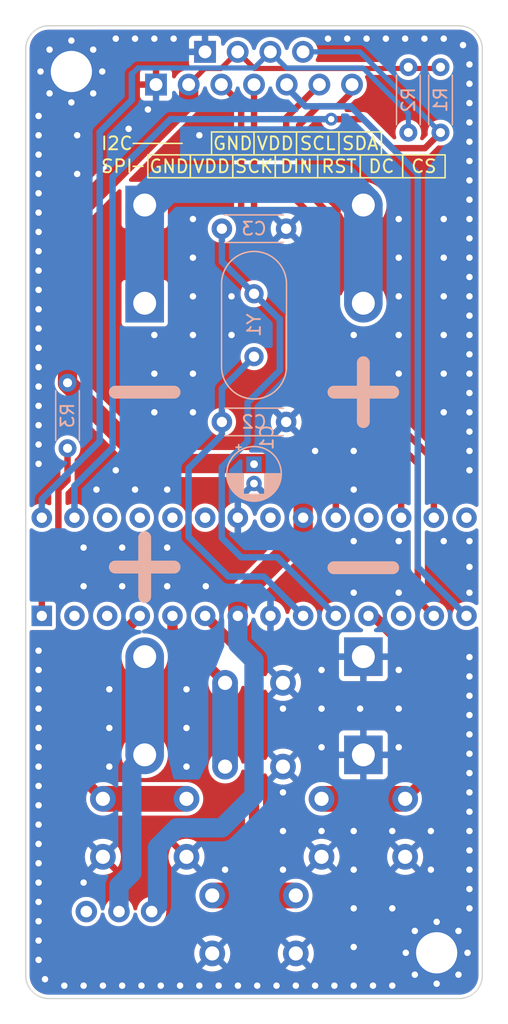
<source format=kicad_pcb>
(kicad_pcb (version 20211014) (generator pcbnew)
  (layers (0 "F.Cu" signal) (31 "B.Cu" signal) (34 "B.Paste" user) (35 "F.Paste" user) (36 "B.SilkS" user "B.Silkscreen") (37 "F.SilkS" user "F.Silkscreen") (38 "B.Mask" user) (39 "F.Mask" user) (44 "Edge.Cuts" user))
  (net 0 "")
  (net 1 "VDD")
  (net 2 "Net-(R3-Pad2)")
  (net 3 "SCL")
  (net 4 "SDA")
  (net 7 "CS")
  (net 9 "MOSI")
  (net 11 "Net-(U1-Pad4)")
  (net 12 "SCK")
  (net 13 "Net-(SW3-Pad1)")
  (net 15 "GND")
  (net 16 "Net-(U1-Pad6)")
  (net 19 "Net-(C2-Pad2)")
  (net 21 "Net-(C3-Pad2)")
  (net 23 "DC")
  (net 24 "RST")
  (net 25 "Net-(BT1-Pad2)")
  (net 26 "Net-(U1-Pad11)")
  (net 29 "VCC")
  (footprint "Button_Switch_THT:SW_PUSH_6mm_H9.5mm" (layer "F.Cu") (at 166.5 149.5)
    (fp_text reference "SW2" hide)
    (fp_text value "SW_down")
    (pad "1" thru_hole circle (at 6.5 0 90) (size 2 2) (drill 1.1) (layers *.Cu *.Mask) (net 16 "Net-(U1-Pad6)"))
    (pad "1" thru_hole circle (at 0 0 90) (size 2 2) (drill 1.1) (layers *.Cu *.Mask) (net 16 "Net-(U1-Pad6)"))
    (pad "2" thru_hole circle (at 0 4.5 90) (size 2 2) (drill 1.1) (layers *.Cu *.Mask) (net 15 "GND"))
    (pad "2" thru_hole circle (at 6.5 4.5 90) (size 2 2) (drill 1.1) (layers *.Cu *.Mask) (net 15 "GND"))
  )
  (footprint "GameBox:SS12D10" (layer "F.Cu") (at 159.25 150.75 180)
    (fp_text reference "SW1" hide)
    (fp_text value "OFF/ON")
    (pad "1" thru_hole circle (at -2.54 0 180) (size 1.6764 1.6764) (drill 0.9) (layers *.Cu *.Mask) (net 29 "VCC"))
    (pad "2" thru_hole circle (at 0 0 180) (size 1.6764 1.6764) (drill 0.9) (layers *.Cu *.Mask) (net 1 "VDD"))
    (pad "3" thru_hole circle (at 2.54 0 180) (size 1.6764 1.6764) (drill 0.9) (layers *.Cu *.Mask))
  )
  (footprint "GameBox:1.3_inch_OLED_IIC" (layer "F.Cu") (at 169.75 98.75)
    (fp_text reference "J1" hide)
    (fp_text value "OLED" hide)
    (fp_text user "SCK" (at 0 -5.842 unlocked) (layer "F.SilkS"))
    (fp_text user "DC" (at 9.906 -5.842 unlocked) (layer "F.SilkS"))
    (fp_text user "SCL" (at 4.953 -7.62 unlocked) (layer "F.SilkS"))
    (fp_text user "GND" (at -1.651 -7.62 unlocked) (layer "F.SilkS"))
    (fp_text user "VDD" (at -3.302 -5.842 unlocked) (layer "F.SilkS"))
    (fp_text user "VDD" (at 1.651 -7.62 unlocked) (layer "F.SilkS"))
    (fp_text user "SPI" (at -10.668 -5.842 unlocked) (layer "F.SilkS"))
    (fp_text user "CS" (at 13.208 -5.842 unlocked) (layer "F.SilkS"))
    (fp_text user "SDA" (at 8.255 -7.62 unlocked) (layer "F.SilkS"))
    (fp_text user "RST" (at 6.604 -5.842 unlocked) (layer "F.SilkS"))
    (fp_text user "I2C" (at -10.668 -7.62 unlocked) (layer "F.SilkS"))
    (fp_text user "GND" (at -6.604 -5.836 unlocked) (layer "F.SilkS"))
    (fp_text user "DIN" (at 3.302 -5.842 unlocked) (layer "F.SilkS"))
    (pad "1" thru_hole rect (at -7.62 -12.186 90) (size 1.7 1.7) (drill 1) (layers *.Cu *.Mask) (net 15 "GND"))
    (pad "1" thru_hole rect (at -3.81 -14.726 90) (size 1.7 1.7) (drill 1) (layers *.Cu *.Mask) (net 15 "GND"))
    (pad "2" thru_hole oval (at -1.27 -14.726 90) (size 1.7 1.7) (drill 1) (layers *.Cu *.Mask) (net 29 "VCC"))
    (pad "2" thru_hole oval (at -5.08 -12.186 90) (size 1.7 1.7) (drill 1) (layers *.Cu *.Mask) (net 29 "VCC"))
    (pad "3" thru_hole oval (at 1.27 -14.726 90) (size 1.7 1.7) (drill 1) (layers *.Cu *.Mask) (net 3 "SCL"))
    (pad "4" thru_hole oval (at 3.81 -14.726 90) (size 1.7 1.7) (drill 1) (layers *.Cu *.Mask) (net 4 "SDA"))
    (pad "5" thru_hole oval (at -2.54 -12.186 90) (size 1.7 1.7) (drill 1) (layers *.Cu *.Mask) (net 12 "SCK"))
    (pad "6" thru_hole oval (at 0 -12.186 90) (size 1.7 1.7) (drill 1) (layers *.Cu *.Mask) (net 9 "MOSI"))
    (pad "7" thru_hole oval (at 2.54 -12.186 90) (size 1.7 1.7) (drill 1) (layers *.Cu *.Mask) (net 24 "RST"))
    (pad "8" thru_hole oval (at 5.08 -12.186 90) (size 1.7 1.7) (drill 1) (layers *.Cu *.Mask) (net 23 "DC"))
    (pad "9" thru_hole oval (at 7.62 -12.186 90) (size 1.7 1.7) (drill 1) (layers *.Cu *.Mask) (net 7 "CS"))
  )
  (footprint "Button_Switch_THT:SW_PUSH_6mm_H9.5mm" (layer "F.Cu") (at 175 142)
    (fp_text reference "SW4" hide)
    (fp_text value "SW_right")
    (pad "1" thru_hole circle (at 0 0 90) (size 2 2) (drill 1.1) (layers *.Cu *.Mask) (net 26 "Net-(U1-Pad11)"))
    (pad "1" thru_hole circle (at 6.5 0 90) (size 2 2) (drill 1.1) (layers *.Cu *.Mask) (net 26 "Net-(U1-Pad11)"))
    (pad "2" thru_hole circle (at 0 4.5 90) (size 2 2) (drill 1.1) (layers *.Cu *.Mask) (net 15 "GND"))
    (pad "2" thru_hole circle (at 6.5 4.5 90) (size 2 2) (drill 1.1) (layers *.Cu *.Mask) (net 15 "GND"))
  )
  (footprint "Button_Switch_THT:SW_PUSH_6mm_H9.5mm" (layer "F.Cu") (at 167.5 139.5 90)
    (fp_text reference "SW3" hide)
    (fp_text value "SW_up")
    (pad "1" thru_hole circle (at 6.5 0 180) (size 2 2) (drill 1.1) (layers *.Cu *.Mask) (net 13 "Net-(SW3-Pad1)"))
    (pad "1" thru_hole circle (at 0 0 180) (size 2 2) (drill 1.1) (layers *.Cu *.Mask) (net 13 "Net-(SW3-Pad1)"))
    (pad "2" thru_hole circle (at 6.5 4.5 180) (size 2 2) (drill 1.1) (layers *.Cu *.Mask) (net 15 "GND"))
    (pad "2" thru_hole circle (at 0 4.5 180) (size 2 2) (drill 1.1) (layers *.Cu *.Mask) (net 15 "GND"))
  )
  (footprint "MountingHole:MountingHole_3.2mm_M3_Pad_Via" (layer "F.Cu") (at 183.95 153.95)
    (fp_text reference "H2" hide)
    (fp_text value "M3")
    (pad "1" thru_hole circle locked (at 1.697056 -1.697056) (size 0.8 0.8) (drill 0.5) (layers *.Cu *.Mask) (net 15 "GND"))
    (pad "1" thru_hole circle locked (at -1.697056 1.697056) (size 0.8 0.8) (drill 0.5) (layers *.Cu *.Mask) (net 15 "GND"))
    (pad "1" thru_hole circle locked (at 1.697056 1.697056) (size 0.8 0.8) (drill 0.5) (layers *.Cu *.Mask) (net 15 "GND"))
    (pad "1" thru_hole circle locked (at 2.4 0) (size 0.8 0.8) (drill 0.5) (layers *.Cu *.Mask) (net 15 "GND"))
    (pad "1" thru_hole circle locked (at 0 -2.4) (size 0.8 0.8) (drill 0.5) (layers *.Cu *.Mask) (net 15 "GND"))
    (pad "1" thru_hole circle locked (at -2.4 0) (size 0.8 0.8) (drill 0.5) (layers *.Cu *.Mask) (net 15 "GND"))
    (pad "1" thru_hole circle locked (at 0 0) (size 6.4 6.4) (drill 3.2) (layers *.Cu *.Mask) (net 15 "GND"))
    (pad "1" thru_hole circle locked (at 0 2.4) (size 0.8 0.8) (drill 0.5) (layers *.Cu *.Mask) (net 15 "GND"))
    (pad "1" thru_hole circle locked (at -1.697056 -1.697056) (size 0.8 0.8) (drill 0.5) (layers *.Cu *.Mask) (net 15 "GND"))
  )
  (footprint "MountingHole:MountingHole_3.2mm_M3_Pad_Via" (layer "F.Cu") (at 155.55 85.55)
    (fp_text reference "H1" hide)
    (fp_text value "M3")
    (pad "1" thru_hole circle locked (at -1.697056 1.697056) (size 0.8 0.8) (drill 0.5) (layers *.Cu *.Mask) (net 15 "GND"))
    (pad "1" thru_hole circle locked (at 0 2.4) (size 0.8 0.8) (drill 0.5) (layers *.Cu *.Mask) (net 15 "GND"))
    (pad "1" thru_hole circle locked (at 0 0) (size 6.4 6.4) (drill 3.2) (layers *.Cu *.Mask) (net 15 "GND"))
    (pad "1" thru_hole circle locked (at 1.697056 1.697056) (size 0.8 0.8) (drill 0.5) (layers *.Cu *.Mask) (net 15 "GND"))
    (pad "1" thru_hole circle locked (at -2.4 0) (size 0.8 0.8) (drill 0.5) (layers *.Cu *.Mask) (net 15 "GND"))
    (pad "1" thru_hole circle locked (at 1.697056 -1.697056) (size 0.8 0.8) (drill 0.5) (layers *.Cu *.Mask) (net 15 "GND"))
    (pad "1" thru_hole circle locked (at -1.697056 -1.697056) (size 0.8 0.8) (drill 0.5) (layers *.Cu *.Mask) (net 15 "GND"))
    (pad "1" thru_hole circle locked (at 2.4 0) (size 0.8 0.8) (drill 0.5) (layers *.Cu *.Mask) (net 15 "GND"))
    (pad "1" thru_hole circle locked (at 0 -2.4) (size 0.8 0.8) (drill 0.5) (layers *.Cu *.Mask) (net 15 "GND"))
  )
  (footprint "Button_Switch_THT:SW_PUSH_6mm_H9.5mm" (layer "F.Cu") (at 158 142)
    (fp_text reference "SW5" hide)
    (fp_text value "SW_left")
    (pad "1" thru_hole circle (at 6.5 0 90) (size 2 2) (drill 1.1) (layers *.Cu *.Mask) (net 11 "Net-(U1-Pad4)"))
    (pad "1" thru_hole circle (at 0 0 90) (size 2 2) (drill 1.1) (layers *.Cu *.Mask) (net 11 "Net-(U1-Pad4)"))
    (pad "2" thru_hole circle (at 6.5 4.5 90) (size 2 2) (drill 1.1) (layers *.Cu *.Mask) (net 15 "GND"))
    (pad "2" thru_hole circle (at 0 4.5 90) (size 2 2) (drill 1.1) (layers *.Cu *.Mask) (net 15 "GND"))
  )
  (footprint "Package_DIP:DIP-28_W7.62mm" (layer "F.Cu") (at 153.25 127.8 90)
    (fp_text reference "U1" hide)
    (fp_text value "ATmega328P-P")
    (pad "1" thru_hole rect (at 0 0 90) (size 1.6 1.6) (drill 0.8) (layers *.Cu *.Mask) (net 2 "Net-(R3-Pad2)"))
    (pad "2" thru_hole oval (at 0 2.54 90) (size 1.6 1.6) (drill 0.8) (layers *.Cu *.Mask))
    (pad "3" thru_hole oval (at 0 5.08 90) (size 1.6 1.6) (drill 0.8) (layers *.Cu *.Mask))
    (pad "4" thru_hole oval (at 0 7.62 90) (size 1.6 1.6) (drill 0.8) (layers *.Cu *.Mask) (net 11 "Net-(U1-Pad4)"))
    (pad "5" thru_hole oval (at 0 10.16 90) (size 1.6 1.6) (drill 0.8) (layers *.Cu *.Mask) (net 13 "Net-(SW3-Pad1)"))
    (pad "6" thru_hole oval (at 0 12.7 90) (size 1.6 1.6) (drill 0.8) (layers *.Cu *.Mask) (net 16 "Net-(U1-Pad6)"))
    (pad "7" thru_hole oval (at 0 15.24 90) (size 1.6 1.6) (drill 0.8) (layers *.Cu *.Mask) (net 29 "VCC"))
    (pad "8" thru_hole oval (at 0 17.78 90) (size 1.6 1.6) (drill 0.8) (layers *.Cu *.Mask) (net 15 "GND"))
    (pad "9" thru_hole oval (at 0 20.32 90) (size 1.6 1.6) (drill 0.8) (layers *.Cu *.Mask) (net 19 "Net-(C2-Pad2)"))
    (pad "10" thru_hole oval (at 0 22.86 90) (size 1.6 1.6) (drill 0.8) (layers *.Cu *.Mask) (net 21 "Net-(C3-Pad2)"))
    (pad "11" thru_hole oval (at 0 25.4 90) (size 1.6 1.6) (drill 0.8) (layers *.Cu *.Mask) (net 26 "Net-(U1-Pad11)"))
    (pad "12" thru_hole oval (at 0 27.94 90) (size 1.6 1.6) (drill 0.8) (layers *.Cu *.Mask))
    (pad "13" thru_hole oval (at 0 30.48 90) (size 1.6 1.6) (drill 0.8) (layers *.Cu *.Mask) (net 23 "DC"))
    (pad "14" thru_hole oval (at 0 33.02 90) (size 1.6 1.6) (drill 0.8) (layers *.Cu *.Mask) (net 24 "RST"))
    (pad "15" thru_hole oval (at 7.62 33.02 90) (size 1.6 1.6) (drill 0.8) (layers *.Cu *.Mask))
    (pad "16" thru_hole oval (at 7.62 30.48 90) (size 1.6 1.6) (drill 0.8) (layers *.Cu *.Mask) (net 7 "CS"))
    (pad "17" thru_hole oval (at 7.62 27.94 90) (size 1.6 1.6) (drill 0.8) (layers *.Cu *.Mask) (net 9 "MOSI"))
    (pad "18" thru_hole oval (at 7.62 25.4 90) (size 1.6 1.6) (drill 0.8) (layers *.Cu *.Mask))
    (pad "19" thru_hole oval (at 7.62 22.86 90) (size 1.6 1.6) (drill 0.8) (layers *.Cu *.Mask) (net 12 "SCK"))
    (pad "20" thru_hole oval (at 7.62 20.32 90) (size 1.6 1.6) (drill 0.8) (layers *.Cu *.Mask) (net 29 "VCC"))
    (pad "21" thru_hole oval (at 7.62 17.78 90) (size 1.6 1.6) (drill 0.8) (layers *.Cu *.Mask))
    (pad "22" thru_hole oval (at 7.62 15.24 90) (size 1.6 1.6) (drill 0.8) (layers *.Cu *.Mask) (net 15 "GND"))
    (pad "23" thru_hole oval (at 7.62 12.7 90) (size 1.6 1.6) (drill 0.8) (layers *.Cu *.Mask))
    (pad "24" thru_hole oval (at 7.62 10.16 90) (size 1.6 1.6) (drill 0.8) (layers *.Cu *.Mask))
    (pad "25" thru_hole oval (at 7.62 7.62 90) (size 1.6 1.6) (drill 0.8) (layers *.Cu *.Mask))
    (pad "26" thru_hole oval (at 7.62 5.08 90) (size 1.6 1.6) (drill 0.8) (layers *.Cu *.Mask))
    (pad "27" thru_hole oval (at 7.62 2.54 90) (size 1.6 1.6) (drill 0.8) (layers *.Cu *.Mask) (net 4 "SDA"))
    (pad "28" thru_hole oval (at 7.62 0 90) (size 1.6 1.6) (drill 0.8) (layers *.Cu *.Mask) (net 3 "SCL"))
  )
  (footprint "Crystal:Crystal_HC49-4H_Vertical" (layer "B.Cu") (at 169.75 102.8 -90)
    (fp_text reference "Y1" (at 2.44 0 90) (layer "B.SilkS") (effects (justify mirror)))
    (fp_text value "16MHz")
    (pad "1" thru_hole circle locked (at 0 0 270) (size 1.5 1.5) (drill 0.8) (layers *.Cu *.Mask) (net 21 "Net-(C3-Pad2)"))
    (pad "2" thru_hole circle locked (at 4.88 0 270) (size 1.5 1.5) (drill 0.8) (layers *.Cu *.Mask) (net 19 "Net-(C2-Pad2)"))
  )
  (footprint "Resistor_THT:R_Axial_DIN0204_L3.6mm_D1.6mm_P5.08mm_Horizontal" (layer "B.Cu") (at 181.75 85.21 -90)
    (fp_text reference "R2" (at 2.54 0 90) (layer "B.SilkS") (effects (justify mirror)))
    (fp_text value "10k")
    (pad "1" thru_hole circle locked (at 0 0 270) (size 1.4 1.4) (drill 0.7) (layers *.Cu *.Mask) (net 29 "VCC"))
    (pad "2" thru_hole oval locked (at 5.08 0 270) (size 1.4 1.4) (drill 0.7) (layers *.Cu *.Mask) (net 3 "SCL"))
  )
  (footprint "Capacitor_THT:CP_Radial_D4.0mm_P1.50mm" (layer "B.Cu") (at 169.75 116.027401 -90)
    (fp_text reference "C1" (at -2.0714 -1 -270) (layer "B.SilkS") (effects (justify mirror)))
    (fp_text value "10uF")
    (pad "1" thru_hole rect locked (at 0 0 270) (size 1.2 1.2) (drill 0.6) (layers *.Cu *.Mask) (net 29 "VCC"))
    (pad "2" thru_hole circle locked (at 1.5 0 270) (size 1.2 1.2) (drill 0.6) (layers *.Cu *.Mask) (net 15 "GND"))
  )
  (footprint "Capacitor_THT:C_Disc_D4.3mm_W1.9mm_P5.00mm" (layer "B.Cu") (at 172.25 112.75 180)
    (fp_text reference "C2" (at 2.5 0) (layer "B.SilkS") (effects (justify mirror)))
    (fp_text value "22pF")
    (pad "1" thru_hole circle locked (at 0 0 180) (size 1.6 1.6) (drill 0.8) (layers *.Cu *.Mask) (net 15 "GND"))
    (pad "2" thru_hole circle locked (at 5 0 180) (size 1.6 1.6) (drill 0.8) (layers *.Cu *.Mask) (net 19 "Net-(C2-Pad2)"))
  )
  (footprint "Resistor_THT:R_Axial_DIN0204_L3.6mm_D1.6mm_P5.08mm_Horizontal" (layer "B.Cu") (at 155.25 109.71 -90)
    (fp_text reference "R3" (at 2.54 0 90) (layer "B.SilkS") (effects (justify mirror)))
    (fp_text value "10k")
    (pad "1" thru_hole circle locked (at 0 0 270) (size 1.4 1.4) (drill 0.7) (layers *.Cu *.Mask) (net 29 "VCC"))
    (pad "2" thru_hole oval locked (at 5.08 0 270) (size 1.4 1.4) (drill 0.7) (layers *.Cu *.Mask) (net 2 "Net-(R3-Pad2)"))
  )
  (footprint "Capacitor_THT:C_Disc_D4.3mm_W1.9mm_P5.00mm" (layer "B.Cu") (at 172.25 97.75 180)
    (fp_text reference "C3" (at 2.5 0) (layer "B.SilkS") (effects (justify mirror)))
    (fp_text value "22pF")
    (pad "1" thru_hole circle locked (at 0 0 180) (size 1.6 1.6) (drill 0.8) (layers *.Cu *.Mask) (net 15 "GND"))
    (pad "2" thru_hole circle locked (at 5 0 180) (size 1.6 1.6) (drill 0.8) (layers *.Cu *.Mask) (net 21 "Net-(C3-Pad2)"))
  )
  (footprint "GameBox:BK-82_AAA_battery_holder" (layer "B.Cu") (at 161.25 117.25)
    (fp_text reference "BT1" hide)
    (fp_text value "AAA" hide)
    (fp_text user "-" (at 0 -7.25 unlocked) (layer "B.SilkS") (effects (font (size 6 6) (thickness 1)) (justify mirror)))
    (fp_text user "+" (at 0 7.2 180 unlocked) (layer "B.SilkS") (effects (font (size 6 6) (thickness 1)) (justify mirror)))
    (pad "1" thru_hole circle (at 0 21.336 180) (size 3 3) (drill 1.78) (layers *.Cu *.Mask) (net 1 "VDD"))
    (pad "1" thru_hole circle (at 0 13.716 180) (size 3 3) (drill 1.78) (layers *.Cu *.Mask) (net 1 "VDD"))
    (pad "2" thru_hole rect (at 0 -21.336 180) (size 2.999999 2.999999) (drill 1.78) (layers *.Cu *.Mask) (net 25 "Net-(BT1-Pad2)"))
    (pad "2" thru_hole rect (at 0 -13.716 180) (size 2.999999 2.999999) (drill 1.78) (layers *.Cu *.Mask) (net 25 "Net-(BT1-Pad2)"))
  )
  (footprint "Resistor_THT:R_Axial_DIN0204_L3.6mm_D1.6mm_P5.08mm_Horizontal" (layer "B.Cu") (at 184.25 85.21 -90)
    (fp_text reference "R1" (at 2.54 0 90) (layer "B.SilkS") (effects (justify mirror)))
    (fp_text value "10k")
    (pad "1" thru_hole circle locked (at 0 0 270) (size 1.4 1.4) (drill 0.7) (layers *.Cu *.Mask) (net 29 "VCC"))
    (pad "2" thru_hole oval locked (at 5.08 0 270) (size 1.4 1.4) (drill 0.7) (layers *.Cu *.Mask) (net 4 "SDA"))
  )
  (footprint "GameBox:BK-82_AAA_battery_holder" (layer "B.Cu") (at 178.25 117.25 180)
    (fp_text reference "BT2" hide)
    (fp_text value "AAA" hide)
    (fp_text user "+" (at 0 7.25 unlocked) (layer "B.SilkS") (effects (font (size 6 6) (thickness 1)) (justify mirror)))
    (fp_text user "-" (at 0 -7.25 180 unlocked) (layer "B.SilkS") (effects (font (size 6 6) (thickness 1)) (justify mirror)))
    (pad "1" thru_hole circle (at 0 13.716) (size 3 3) (drill 1.78) (layers *.Cu *.Mask) (net 25 "Net-(BT1-Pad2)"))
    (pad "1" thru_hole circle (at 0 21.336) (size 3 3) (drill 1.78) (layers *.Cu *.Mask) (net 25 "Net-(BT1-Pad2)"))
    (pad "2" thru_hole rect (at 0 -13.716) (size 2.999999 2.999999) (drill 1.78) (layers *.Cu *.Mask) (net 15 "GND"))
    (pad "2" thru_hole rect (at 0 -21.336) (size 2.999999 2.999999) (drill 1.78) (layers *.Cu *.Mask) (net 15 "GND"))
  )
  (gr_line (start 187.5 83.8) (end 187.5 155.7) (layer "Edge.Cuts") (width 0.1))
  (gr_line (start 153.8 82) (end 185.7 82) (layer "Edge.Cuts") (width 0.1))
  (gr_arc (start 187.5 155.7) (mid 186.972792 156.972792) (end 185.7 157.5) (layer "Edge.Cuts") (width 0.1))
  (gr_arc (start 152 83.8) (mid 152.527208 82.527208) (end 153.8 82) (layer "Edge.Cuts") (width 0.1))
  (gr_arc (start 185.7 82) (mid 186.972792 82.527208) (end 187.5 83.8) (layer "Edge.Cuts") (width 0.1))
  (gr_line (start 185.7 157.5) (end 153.8 157.5) (layer "Edge.Cuts") (width 0.1))
  (gr_arc (start 153.8 157.5) (mid 152.527208 156.972792) (end 152 155.7) (layer "Edge.Cuts") (width 0.1))
  (gr_line (start 152 155.7) (end 152 83.8) (layer "Edge.Cuts") (width 0.1))
  (segment (start 160.25 139.586) (end 160.25 147.75) (width 1.5) (layer "B.Cu") (net 1))
  (segment (start 160.25 147.75) (end 159.25 148.75) (width 1.5) (layer "B.Cu") (net 1))
  (segment (start 161.25 138.586) (end 161.25 130.966) (width 3) (layer "B.Cu") (net 1))
  (segment (start 161.25 138.586) (end 160.25 139.586) (width 1.5) (layer "B.Cu") (net 1))
  (segment (start 159.25 148.75) (end 159.25 150.75) (width 1.5) (layer "B.Cu") (net 1))
  (segment (start 155.25 117.27) (end 154.540489 117.979511) (width 0.5) (layer "F.Cu") (net 2))
  (segment (start 154.540489 117.979511) (end 154.540489 123.354755) (width 0.5) (layer "F.Cu") (net 2))
  (segment (start 154.540489 123.354755) (end 153.25 124.645244) (width 0.5) (layer "F.Cu") (net 2))
  (segment (start 153.25 124.645244) (end 153.25 127.8) (width 0.5) (layer "F.Cu") (net 2))
  (segment (start 155.25 114.79) (end 155.25 117.27) (width 0.5) (layer "F.Cu") (net 2))
  (segment (start 172.269511 85.273511) (end 178.226489 85.273511) (width 0.4) (layer "B.Cu") (net 3))
  (segment (start 171.02 84.024) (end 172.269511 85.273511) (width 0.4) (layer "B.Cu") (net 3))
  (segment (start 160.726489 85.273511) (end 169.770489 85.273511) (width 0.4) (layer "B.Cu") (net 3))
  (segment (start 178.226489 85.273511) (end 181.75 88.797022) (width 0.4) (layer "B.Cu") (net 3))
  (segment (start 160.25 87.75) (end 157.75 90.25) (width 0.5) (layer "B.Cu") (net 3))
  (segment (start 160.25 85.75) (end 160.25 87.75) (width 0.5) (layer "B.Cu") (net 3))
  (segment (start 157.75 90.25) (end 157.75 114.25) (width 0.5) (layer "B.Cu") (net 3))
  (segment (start 153.25 118.75) (end 153.25 120.18) (width 0.5) (layer "B.Cu") (net 3))
  (segment (start 169.770489 85.273511) (end 171.02 84.024) (width 0.4) (layer "B.Cu") (net 3))
  (segment (start 181.75 88.797022) (end 181.75 90.29) (width 0.4) (layer "B.Cu") (net 3))
  (segment (start 157.75 114.25) (end 153.25 118.75) (width 0.5) (layer "B.Cu") (net 3))
  (segment (start 160.25 85.75) (end 160.726489 85.273511) (width 0.4) (layer "B.Cu") (net 3))
  (segment (start 175.75 89.25) (end 178.25 89.25) (width 0.5) (layer "F.Cu") (net 4))
  (segment (start 183.04 91.5) (end 184.25 90.29) (width 0.5) (layer "F.Cu") (net 4))
  (segment (start 178.25 89.25) (end 180.5 91.5) (width 0.5) (layer "F.Cu") (net 4))
  (segment (start 180.5 91.5) (end 183.04 91.5) (width 0.5) (layer "F.Cu") (net 4))
  (via (at 175.75 89.25) (size 1) (drill 0.5) (layers "F.Cu" "B.Cu") (net 4))
  (segment (start 155.79 120.18) (end 155.79 117.71) (width 0.5) (layer "B.Cu") (net 4))
  (segment (start 184.25 90.29) (end 177.984 84.024) (width 0.4) (layer "B.Cu") (net 4))
  (segment (start 163.25 89.25) (end 175.75 89.25) (width 0.5) (layer "B.Cu") (net 4))
  (segment (start 158.75 93.75) (end 163.25 89.25) (width 0.5) (layer "B.Cu") (net 4))
  (segment (start 177.984 84.024) (end 173.56 84.024) (width 0.4) (layer "B.Cu") (net 4))
  (segment (start 155.79 117.71) (end 158.75 114.75) (width 0.5) (layer "B.Cu") (net 4))
  (segment (start 158.75 114.75) (end 158.75 93.75) (width 0.5) (layer "B.Cu") (net 4))
  (segment (start 155.79 119.79) (end 155.75 119.75) (width 0.5) (layer "B.Cu") (net 4))
  (segment (start 175.75 107.75) (end 175.75 96.75) (width 0.5) (layer "F.Cu") (net 7))
  (segment (start 175.75 96.75) (end 173.25 94.25) (width 0.5) (layer "F.Cu") (net 7))
  (segment (start 183.73 115.73) (end 175.75 107.75) (width 0.5) (layer "F.Cu") (net 7))
  (segment (start 177.37 87.13) (end 177.37 86.564) (width 0.5) (layer "F.Cu") (net 7))
  (segment (start 174.7335 88.25) (end 176.25 88.25) (width 0.5) (layer "F.Cu") (net 7))
  (segment (start 173.25 94.25) (end 173.25 89.7335) (width 0.5) (layer "F.Cu") (net 7))
  (segment (start 183.73 120.18) (end 183.73 115.73) (width 0.5) (layer "F.Cu") (net 7))
  (segment (start 176.25 88.25) (end 177.37 87.13) (width 0.5) (layer "F.Cu") (net 7))
  (segment (start 173.25 89.7335) (end 174.7335 88.25) (width 0.5) (layer "F.Cu") (net 7))
  (segment (start 181.19 120.18) (end 181.19 116.19) (width 0.5) (layer "F.Cu") (net 9))
  (segment (start 173.75 103.25) (end 169.75 99.25) (width 0.5) (layer "F.Cu") (net 9))
  (segment (start 181.19 116.19) (end 173.75 108.75) (width 0.5) (layer "F.Cu") (net 9))
  (segment (start 169.75 99.25) (end 169.75 86.564) (width 0.5) (layer "F.Cu") (net 9))
  (segment (start 173.75 108.75) (end 173.75 103.25) (width 0.5) (layer "F.Cu") (net 9))
  (segment (start 156.25 132.42) (end 160.87 127.8) (width 0.8) (layer "F.Cu") (net 11))
  (segment (start 158 142) (end 164.5 142) (width 2) (layer "F.Cu") (net 11))
  (segment (start 156.25 140.25) (end 156.25 132.42) (width 0.8) (layer "F.Cu") (net 11))
  (segment (start 158 142) (end 156.25 140.25) (width 0.8) (layer "F.Cu") (net 11))
  (segment (start 176.11 112.61) (end 172.75 109.25) (width 0.5) (layer "F.Cu") (net 12))
  (segment (start 168.75 99.75) (end 168.75 88.104) (width 0.5) (layer "F.Cu") (net 12))
  (segment (start 176.11 120.18) (end 176.11 112.61) (width 0.5) (layer "F.Cu") (net 12))
  (segment (start 168.75 88.104) (end 167.21 86.564) (width 0.5) (layer "F.Cu") (net 12))
  (segment (start 172.75 103.75) (end 168.75 99.75) (width 0.5) (layer "F.Cu") (net 12))
  (segment (start 172.75 109.25) (end 172.75 103.75) (width 0.5) (layer "F.Cu") (net 12))
  (segment (start 163.41 128.91) (end 163.41 127.8) (width 0.8) (layer "F.Cu") (net 13))
  (segment (start 167.5 133) (end 163.41 128.91) (width 0.8) (layer "F.Cu") (net 13))
  (segment (start 167.5 139.5) (end 167.5 133) (width 2) (layer "B.Cu") (net 13))
  (via (at 160.5 83) (size 1) (drill 0.5) (layers "F.Cu" "B.Cu") (net 15))
  (via (at 172 144.5) (size 1) (drill 0.5) (layers "F.Cu" "B.Cu") (net 15))
  (via (at 153 135) (size 1) (drill 0.5) (layers "F.Cu" "B.Cu") (net 15))
  (via (at 157.5 118) (size 1) (drill 0.5) (layers "F.Cu" "B.Cu") (net 15))
  (via (at 184.5 112) (size 1) (drill 0.5) (layers "F.Cu" "B.Cu") (net 15))
  (via (at 153 99.5) (size 1) (drill 0.5) (layers "F.Cu" "B.Cu") (net 15))
  (via (at 153 147) (size 1) (drill 0.5) (layers "F.Cu" "B.Cu") (net 15))
  (via (at 153 101) (size 1) (drill 0.5) (layers "F.Cu" "B.Cu") (net 15))
  (via (at 166 125.5) (size 1) (drill 0.5) (layers "F.Cu" "B.Cu") (net 15))
  (via (at 178.5 83) (size 1) (drill 0.5) (layers "F.Cu" "B.Cu") (net 15))
  (via (at 186.5 143) (size 1) (drill 0.5) (layers "F.Cu" "B.Cu") (net 15))
  (via (at 156 93.5) (size 1) (drill 0.5) (layers "F.Cu" "B.Cu") (net 15))
  (via (at 186.5 147.5) (size 1) (drill 0.5) (layers "F.Cu" "B.Cu") (net 15))
  (via (at 165 100) (size 1) (drill 0.5) (layers "F.Cu" "B.Cu") (net 15))
  (via (at 186.5 97) (size 1) (drill 0.5) (layers "F.Cu" "B.Cu") (net 15))
  (via (at 181 100) (size 1) (drill 0.5) (layers "F.Cu" "B.Cu") (net 15))
  (via (at 180 83) (size 1) (drill 0.5) (layers "F.Cu" "B.Cu") (net 15))
  (via (at 186.5 92.5) (size 1) (drill 0.5) (layers "F.Cu" "B.Cu") (net 15))
  (via (at 164.5 133.5) (size 1) (drill 0.5) (layers "F.Cu" "B.Cu") (net 15))
  (via (at 165 112) (size 1) (drill 0.5) (layers "F.Cu" "B.Cu") (net 15))
  (via (at 181 122) (size 1) (drill 0.5) (layers "F.Cu" "B.Cu") (net 15))
  (via (at 153 153) (size 1) (drill 0.5) (layers "F.Cu" "B.Cu") (net 15))
  (via (at 177.5 122) (size 1) (drill 0.5) (layers "F.Cu" "B.Cu") (net 15))
  (via (at 153 132) (size 1) (drill 0.5) (layers "F.Cu" "B.Cu") (net 15))
  (via (at 186.5 100) (size 1) (drill 0.5) (layers "F.Cu" "B.Cu") (net 15))
  (via (at 165 109) (size 1) (drill 0.5) (layers "F.Cu" "B.Cu") (net 15))
  (via (at 165.5 156.5) (size 1) (drill 0.5) (layers "F.Cu" "B.Cu") (net 15))
  (via (at 186.5 101.5) (size 1) (drill 0.5) (layers "F.Cu" "B.Cu") (net 15))
  (via (at 175 138) (size 1) (drill 0.5) (layers "F.Cu" "B.Cu") (net 15))
  (via (at 186.5 126) (size 1) (drill 0.5) (layers "F.Cu" "B.Cu") (net 15))
  (via (at 158 156.5) (size 1) (drill 0.5) (layers "F.Cu" "B.Cu") (net 15))
  (via (at 162 112) (size 1) (drill 0.5) (layers "F.Cu" "B.Cu") (net 15))
  (via (at 183 83) (size 1) (drill 0.5) (layers "F.Cu" "B.Cu") (net 15))
  (via (at 181 132) (size 1) (drill 0.5) (layers "F.Cu" "B.Cu") (net 15))
  (via (at 181 126) (size 1) (drill 0.5) (layers "F.Cu" "B.Cu") (net 15))
  (via (at 186.5 110.5) (size 1) (drill 0.5) (layers "F.Cu" "B.Cu") (net 15))
  (via (at 175 144.5) (size 1) (drill 0.5) (layers "F.Cu" "B.Cu") (net 15))
  (via (at 155 156.5) (size 1) (drill 0.5) (layers "F.Cu" "B.Cu") (net 15))
  (via (at 184.5 100) (size 1) (drill 0.5) (layers "F.Cu" "B.Cu") (net 15))
  (via (at 162 106) (size 1) (drill 0.5) (layers "F.Cu" "B.Cu") (net 15))
  (via (at 153 133.5) (size 1) (drill 0.5) (layers "F.Cu" "B.Cu") (net 15))
  (via (at 153 96.5) (size 1) (drill 0.5) (layers "F.Cu" "B.Cu") (net 15))
  (via (at 181 109) (size 1) (drill 0.5) (layers "F.Cu" "B.Cu") (net 15))
  (via (at 186.5 149) (size 1) (drill 0.5) (layers "F.Cu" "B.Cu") (net 15))
  (via (at 162 83) (size 1) (drill 0.5) (layers "F.Cu" "B.Cu") (net 15))
  (via (at 186.5 138.5) (size 1) (drill 0.5) (layers "F.Cu" "B.Cu") (net 15))
  (via (at 165 103) (size 1) (drill 0.5) (layers "F.Cu" "B.Cu") (net 15))
  (via (at 178 135) (size 1) (drill 0.5) (layers "F.Cu" "B.Cu") (net 15))
  (via (at 181.5 83) (size 1) (drill 0.5) (layers "F.Cu" "B.Cu") (net 15))
  (via (at 153 108.5) (size 1) (drill 0.5) (layers "F.Cu" "B.Cu") (net 15))
  (via (at 186.5 132.5) (size 1) (drill 0.5) (layers "F.Cu" "B.Cu") (net 15))
  (via (at 181 103) (size 1) (drill 0.5) (layers "F.Cu" "B.Cu") (net 15))
  (via (at 153 89) (size 1) (drill 0.5) (layers "F.Cu" "B.Cu") (net 15))
  (via (at 186.5 86.5) (size 1) (drill 0.5) (layers "F.Cu" "B.Cu") (net 15))
  (via (at 184.5 97) (size 1) (drill 0.5) (layers "F.Cu" "B.Cu") (net 15))
  (via (at 168 103) (size 1) (drill 0.5) (layers "F.Cu" "B.Cu") (net 15))
  (via (at 186.5 98.5) (size 1) (drill 0.5) (layers "F.Cu" "B.Cu") (net 15))
  (via (at 153 107) (size 1) (drill 0.5) (layers "F.Cu" "B.Cu") (net 15))
  (via (at 174.5 115) (size 1) (drill 0.5) (layers "F.Cu" "B.Cu") (net 15))
  (via (at 158.5 139.5) (size 1) (drill 0.5) (layers "F.Cu" "B.Cu") (net 15))
  (via (at 186.5 141.5) (size 1) (drill 0.5) (layers "F.Cu" "B.Cu") (net 15))
  (via (at 186.5 124) (size 1) (drill 0.5) (layers "F.Cu" "B.Cu") (net 15))
  (via (at 183.5 144.5) (size 1) (drill 0.5) (layers "F.Cu" "B.Cu") (net 15))
  (via (at 186.5 131) (size 1) (drill 0.5) (layers "F.Cu" "B.Cu") (net 15))
  (via (at 153 144) (size 1) (drill 0.5) (layers "F.Cu" "B.Cu") (net 15))
  (via (at 159.5 122.5) (size 1) (drill 0.5) (layers "F.Cu" "B.Cu") (net 15))
  (via (at 153 136.5) (size 1) (drill 0.5) (layers "F.Cu" "B.Cu") (net 15))
  (via (at 175.5 83) (size 1) (drill 0.5) (layers "F.Cu" "B.Cu") (net 15))
  (via (at 177.5 153.5) (size 1) (drill 0.5) (layers "F.Cu" "B.Cu") (net 15))
  (via (at 159 116.5) (size 1) (drill 0.5) (layers "F.Cu" "B.Cu") (net 15))
  (via (at 153 116) (size 1) (drill 0.5) (layers "F.Cu" "B.Cu") (net 15))
  (via (at 161 156.5) (size 1) (drill 0.5) (layers "F.Cu" "B.Cu") (net 15))
  (via (at 186.5 91) (size 1) (drill 0.5) (layers "F.Cu" "B.Cu") (net 15))
  (via (at 180.5 150.5) (size 1) (drill 0.5) (layers "F.Cu" "B.Cu") (net 15))
  (via (at 186 83.5) (size 1) (drill 0.5) (layers "F.Cu" "B.Cu") (net 15))
  (via (at 159 83) (size 1) (drill 0.5) (layers "F.Cu" "B.Cu") (net 15))
  (via (at 156.5 156.5) (size 1) (drill 0.5) (layers "F.Cu" "B.Cu") (net 15))
  (via (at 184.5 122) (size 1) (drill 0.5) (layers "F.Cu" "B.Cu") (net 15))
  (via (at 177.5 106) (size 1) (drill 0.5) (layers "F.Cu" "B.Cu") (net 15))
  (via (at 186.5 85) (size 1) (drill 0.5) (layers "F.Cu" "B.Cu") (net 15))
  (via (at 153 92) (size 1) (drill 0.5) (layers "F.Cu" "B.Cu") (net 15))
  (via (at 162 109) (size 1) (drill 0.5) (layers "F.Cu" "B.Cu") (net 15))
  (via (at 156.5 125.5) (size 1) (drill 0.5) (layers "F.Cu" "B.Cu") (net 15))
  (via (at 186.5 144.5) (size 1) (drill 0.5) (layers "F.Cu" "B.Cu") (net 15))
  (via (at 175 132) (size 1) (drill 0.5) (layers "F.Cu" "B.Cu") (net 15))
  (via (at 158.5 133.5) (size 1) (drill 0.5) (layers "F.Cu" "B.Cu") (net 15))
  (via (at 186.5 134) (size 1) (drill 0.5) (layers "F.Cu" "B.Cu") (net 15))
  (via (at 153 104) (size 1) (drill 0.5) (layers "F.Cu" "B.Cu") (net 15))
  (via (at 160.5 118) (size 1) (drill 0.5) (layers "F.Cu" "B.Cu") (net 15))
  (via (at 153 141) (size 1) (drill 0.5) (layers "F.Cu" "B.Cu") (net 15))
  (via (at 153 110) (size 1) (drill 0.5) (layers "F.Cu" "B.Cu") (net 15))
  (via (at 153 151.5) (size 1) (drill 0.5) (layers "F.Cu" "B.Cu") (net 15))
  (via (at 186.5 137) (size 1) (drill 0.5) (layers "F.Cu" "B.Cu") (net 15))
  (via (at 186.5 112) (size 1) (drill 0.5) (layers "F.Cu" "B.Cu") (net 15))
  (via (at 153 98) (size 1) (drill 0.5) (layers "F.Cu" "B.Cu") (net 15))
  (via (at 177.5 150.5) (size 1) (drill 0.5) (layers "F.Cu" "B.Cu") (net 15))
  (via (at 186.5 89.5) (size 1) (drill 0.5) (layers "F.Cu" "B.Cu") (net 15))
  (via (at 153 102.5) (size 1) (drill 0.5) (layers "F.Cu" "B.Cu") (net 15))
  (via (at 168.5 156.5) (size 1) (drill 0.5) (layers "F.Cu" "B.Cu") (net 15))
  (via (at 153.5 156) (size 1) (drill 0.5) (layers "F.Cu" "B.Cu") (net 15))
  (via (at 186.5 106) (size 1) (drill 0.5) (layers "F.Cu" "B.Cu") (net 15))
  (via (at 186.5 122) (size 1) (drill 0.5) (layers "F.Cu" "B.Cu") (net 15))
  (via (at 186.5 103) (size 1) (drill 0.5) (layers "F.Cu" "B.Cu") (net 15))
  (via (at 167 156.5) (size 1) (drill 0.5) (layers "F.Cu" "B.Cu") (net 15))
  (via (at 177.5 115) (size 1) (drill 0.5) (layers "F.Cu" "B.Cu") (net 15))
  (via (at 177.5 126) (size 1) (drill 0.5) (layers "F.Cu" "B.Cu") (net 15))
  (via (at 172 147.5) (size 1) (drill 0.5) (layers "F.Cu" "B.Cu") (net 15))
  (via (at 183.5 147.5) (size 1) (drill 0.5) (layers "F.Cu" "B.Cu") (net 15))
  (via (at 186.5 104.5) (size 1) (drill 0.5) (layers "F.Cu" "B.Cu") (net 15))
  (via (at 172 141.5) (size 1) (drill 0.5) (layers "F.Cu" "B.Cu") (net 15))
  (via (at 177 83) (size 1) (drill 0.5) (layers "F.Cu" "B.Cu") (net 15))
  (via (at 156.5 148.5) (size 1) (drill 0.5) (layers "F.Cu" "B.Cu") (net 15))
  (via (at 174.5 156.5) (size 1) (drill 0.5) (layers "F.Cu" "B.Cu") (net 15))
  (via (at 175 135) (size 1) (drill 0.5) (layers "F.Cu" "B.Cu") (net 15))
  (via (at 162.5 156.5) (size 1) (drill 0.5) (layers "F.Cu" "B.Cu") (net 15))
  (via (at 176 156.5) (size 1) (drill 0.5) (layers "F.Cu" "B.Cu") (net 15))
  (via (at 177.5 156.5) (size 1) (drill 0.5) (layers "F.Cu" "B.Cu") (net 15))
  (via (at 186.5 146) (size 1) (drill 0.5) (layers "F.Cu" "B.Cu") (net 15))
  (via (at 153 90.5) (size 1) (drill 0.5) (layers "F.Cu" "B.Cu") (net 15))
  (via (at 186.5 107.5) (size 1) (drill 0.5) (layers "F.Cu" "B.Cu") (net 15))
  (via (at 153 113) (size 1) (drill 0.5) (layers "F.Cu" "B.Cu") (net 15))
  (via (at 180.5 156.5) (size 1) (drill 0.5) (layers "F.Cu" "B.Cu") (net 15))
  (via (at 168 106) (size 1) (drill 0.5) (layers "F.Cu" "B.Cu") (net 15))
  (via (at 153 138) (size 1) (drill 0.5) (layers "F.Cu" "B.Cu") (net 15))
  (via (at 179 156.5) (size 1) (drill 0.5) (layers "F.Cu" "B.Cu") (net 15))
  (via (at 153 130.5) (size 1) (drill 0.5) (layers "F.Cu" "B.Cu") (net 15))
  (via (at 167.5 147.5) (size 1) (drill 0.5) (layers "F.Cu" "B.Cu") (net 15))
  (via (at 186.5 109) (size 1) (drill 0.5) (layers "F.Cu" "B.Cu") (net 15))
  (via (at 153 148.5) (size 1) (drill 0.5) (layers "F.Cu" "B.Cu") (net 15))
  (via (at 186.5 88) (size 1) (drill 0.5) (layers "F.Cu" "B.Cu") (net 15))
  (via (at 165 106) (size 1) (drill 0.5) (layers "F.Cu" "B.Cu") (net 15))
  (via (at 163 118) (size 1) (drill 0.5) (layers "F.Cu" "B.Cu") (net 15))
  (via (at 186.5 140) (size 1) (drill 0.5) (layers "F.Cu" "B.Cu") (net 15))
  (via (at 186.5 94) (size 1) (drill 0.5) (layers "F.Cu" "B.Cu") (net 15))
  (via (at 156.5 122.5) (size 1) (drill 0.5) (layers "F.Cu" "B.Cu") (net 15))
  (via (at 164 156.5) (size 1) (drill 0.5) (layers "F.Cu" "B.Cu") (net 15))
  (via (at 164.5 136.5) (size 1) (drill 0.5) (layers "F.Cu" "B.Cu") (net 15))
  (via (at 184.5 109) (size 1) (drill 0.5) (layers "F.Cu" "B.Cu") (net 15))
  (via (at 184.5 83) (size 1) (drill 0.5) (layers "F.Cu" "B.Cu") (net 15))
  (via (at 156 90.5) (size 1) (drill 0.5) (layers "F.Cu" "B.Cu") (net 15))
  (via (at 171.5 156.5) (size 1) (drill 0.5) (layers "F.Cu" "B.Cu") (net 15))
  (via (at 186.5 135.5) (size 1) (drill 0.5) (layers "F.Cu" "B.Cu") (net 15))
  (via (at 184.5 106) (size 1) (drill 0.5) (layers "F.Cu" "B.Cu") (net 15))
  (via (at 186.5 95.5) (size 1) (drill 0.5) (layers "F.Cu" "B.Cu") (net 15))
  (via (at 186.5 116.5) (size 1) (drill 0.5) (layers "F.Cu" "B.Cu") (net 15))
  (via (at 158.5 136.5) (size 1) (drill 0.5) (layers "F.Cu" "B.Cu") (net 15))
  (via (at 177.5 144.5) (size 1) (drill 0.5) (layers "F.Cu" "B.Cu") (net 15))
  (via (at 153 114.5) (size 1) (drill 0.5) (layers "F.Cu" "B.Cu") (net 15))
  (via (at 153 95) (size 1) (drill 0.5) (layers "F.Cu" "B.Cu") (net 15))
  (via (at 181 135) (size 1) (drill 0.5) (layers "F.Cu" "B.Cu") (net 15))
  (via (at 159.5 125.5) (size 1) (drill 0.5) (layers "F.Cu" "B.Cu") (net 15))
  (via (at 181 138) (size 1) (drill 0.5) (layers "F.Cu" "B.Cu") (net 15))
  (via (at 186.5 113.5) (size 1) (drill 0.5) (layers "F.Cu" "B.Cu") (net 15))
  (via (at 186.5 115) (size 1) (drill 0.5) (layers "F.Cu" "B.Cu") (net 15))
  (via (at 177.5 118) (size 1) (drill 0.5) (layers "F.Cu" "B.Cu") (net 15))
  (via (at 165.5 90.5) (size 1) (drill 0.5) (layers "F.Cu" "B.Cu") (net 15))
  (via (at 153 111.5) (size 1) (drill 0.5) (layers "F.Cu" "B.Cu") (net 15))
  (via (at 170 156.5) (size 1) (drill 0.5) (layers "F.Cu" "B.Cu") (net 15))
  (via (at 159.5 156.5) (size 1) (drill 0.5) (layers "F.Cu" "B.Cu") (net 15))
  (via (at 173 156.5) (size 1) (drill 0.5) (layers "F.Cu" "B.Cu") (net 15))
  (via (at 184.5 103) (size 1) (drill 0.5) (layers "F.Cu" "B.Cu") (net 15))
  (via (at 165 97) (size 1) (drill 0.5) (layers "F.Cu" "B.Cu") (net 15))
  (via (at 153 142.5) (size 1) (drill 0.5) (layers "F.Cu" "B.Cu") (net 15))
  (via (at 153 105.5) (size 1) (drill 0.5) (layers "F.Cu" "B.Cu") (net 15))
  (via (at 153 93.5) (size 1) (drill 0.5) (layers "F.Cu" "B.Cu") (net 15))
  (via (at 153 139.5) (size 1) (drill 0.5) (layers "F.Cu" "B.Cu") (net 15))
  (via (at 181 97) (size 1) (drill 0.5) (layers "F.Cu" "B.Cu") (net 15))
  (via (at 164.5 139.5) (size 1) (drill 0.5) (layers "F.Cu" "B.Cu") (net 15))
  (via (at 153 154.5) (size 1) (drill 0.5) (layers "F.Cu" "B.Cu") (net 15))
  (via (at 163 125.5) (size 1) (drill 0.5) (layers "F.Cu" "B.Cu") (net 15))
  (via (at 181 106) (size 1) (drill 0.5) (layers "F.Cu" "B.Cu") (net 15))
  (via (at 163.5 83) (size 1) (drill 0.5) (layers "F.Cu" "B.Cu") (net 15))
  (via (at 180.5 144.5) (size 1) (drill 0.5) (layers "F.Cu" "B.Cu") (net 15))
  (via (at 163 122.5) (size 1) (drill 0.5) (layers "F.Cu" "B.Cu") (net 15))
  (via (at 161.5 88.5) (size 1) (drill 0.5) (layers "F.Cu" "B.Cu") (net 15))
  (via (at 172 135) (size 1) (drill 0.5) (layers "F.Cu" "B.Cu") (net 15))
  (via (at 153 150) (size 1) (drill 0.5) (layers "F.Cu" "B.Cu") (net 15))
  (via (at 186.5 150.5) (size 1) (drill 0.5) (layers "F.Cu" "B.Cu") (net 15))
  (via (at 153 145.5) (size 1) (drill 0.5) (layers "F.Cu" "B.Cu") (net 15))
  (via (at 160 90) (size 1) (drill 0.5) (layers "F.Cu" "B.Cu") (net 15))
  (via (at 177.5 147.5) (size 1) (drill 0.5) (layers "F.Cu" "B.Cu") (net 15))
  (segment (start 169.75 131.6) (end 165.95 127.8) (width 0.8) (layer "F.Cu") (net 16))
  (segment (start 169.75 149.5) (end 173 149.5) (width 2) (layer "F.Cu") (net 16))
  (segment (start 166.5 149.5) (end 169.75 149.5) (width 2) (layer "F.Cu") (net 16))
  (segment (start 169.75 149.5) (end 169.75 131.6) (width 0.8) (layer "F.Cu") (net 16))
  (segment (start 167.25 110.18) (end 169.75 107.68) (width 0.5) (layer "B.Cu") (net 19))
  (segment (start 170.52 124.75) (end 167.75 124.75) (width 0.5) (layer "B.Cu") (net 19))
  (segment (start 167.25 112.75) (end 167.25 110.18) (width 0.5) (layer "B.Cu") (net 19))
  (segment (start 173.57 127.8) (end 170.52 124.75) (width 0.5) (layer "B.Cu") (net 19))
  (segment (start 167.75 124.75) (end 164.659511 121.659511) (width 0.5) (layer "B.Cu") (net 19))
  (segment (start 164.659511 116.340489) (end 167.25 113.75) (width 0.5) (layer "B.Cu") (net 19))
  (segment (start 164.659511 121.659511) (end 164.659511 116.340489) (width 0.5) (layer "B.Cu") (net 19))
  (segment (start 167.25 113.75) (end 167.25 112.75) (width 0.5) (layer "B.Cu") (net 19))
  (segment (start 167.25 100.3) (end 167.25 97.75) (width 0.5) (layer "B.Cu") (net 21))
  (segment (start 168.75 123.25) (end 167.240489 121.740489) (width 0.5) (layer "B.Cu") (net 21))
  (segment (start 169.25 114.25) (end 169.25 111.25) (width 0.5) (layer "B.Cu") (net 21))
  (segment (start 169.25 111.25) (end 171.75 108.75) (width 0.5) (layer "B.Cu") (net 21))
  (segment (start 169.75 102.8) (end 167.25 100.3) (width 0.5) (layer "B.Cu") (net 21))
  (segment (start 171.7 104.75) (end 169.75 102.8) (width 0.5) (layer "B.Cu") (net 21))
  (segment (start 176.11 127.8) (end 171.56 123.25) (width 0.5) (layer "B.Cu") (net 21))
  (segment (start 171.56 123.25) (end 168.75 123.25) (width 0.5) (layer "B.Cu") (net 21))
  (segment (start 171.75 104.75) (end 171.7 104.75) (width 0.5) (layer "B.Cu") (net 21))
  (segment (start 167.240489 116.259511) (end 169.25 114.25) (width 0.5) (layer "B.Cu") (net 21))
  (segment (start 167.240489 121.740489) (end 167.240489 116.259511) (width 0.5) (layer "B.Cu") (net 21))
  (segment (start 171.75 108.75) (end 171.75 104.75) (width 0.5) (layer "B.Cu") (net 21))
  (segment (start 174.83 86.564) (end 172.25 89.144) (width 0.5) (layer "F.Cu") (net 23))
  (segment (start 172.25 94.75) (end 174.75 97.25) (width 0.5) (layer "F.Cu") (net 23))
  (segment (start 174.75 97.25) (end 174.75 108.25) (width 0.5) (layer "F.Cu") (net 23))
  (segment (start 182.480489 126.550489) (end 183.73 127.8) (width 0.5) (layer "F.Cu") (net 23))
  (segment (start 174.75 108.25) (end 182.480489 115.980489) (width 0.5) (layer "F.Cu") (net 23))
  (segment (start 172.25 89.144) (end 172.25 94.75) (width 0.5) (layer "F.Cu") (net 23))
  (segment (start 182.480489 115.980489) (end 182.480489 126.550489) (width 0.5) (layer "F.Cu") (net 23))
  (segment (start 177.25 88.25) (end 173.75 88.25) (width 0.5) (layer "B.Cu") (net 24))
  (segment (start 182.480489 124.010489) (end 182.480489 93.480489) (width 0.5) (layer "B.Cu") (net 24))
  (segment (start 172.29 86.79) (end 172.29 86.564) (width 0.5) (layer "B.Cu") (net 24))
  (segment (start 186.27 127.8) (end 182.480489 124.010489) (width 0.5) (layer "B.Cu") (net 24))
  (segment (start 182.480489 93.480489) (end 177.25 88.25) (width 0.5) (layer "B.Cu") (net 24))
  (segment (start 173.75 88.25) (end 172.29 86.79) (width 0.5) (layer "B.Cu") (net 24))
  (segment (start 161.25 103.534) (end 161.25 95.914) (width 3) (layer "B.Cu") (net 25))
  (segment (start 162.914 94.25) (end 176.586 94.25) (width 3) (layer "B.Cu") (net 25))
  (segment (start 178.25 103.534) (end 178.25 95.914) (width 3) (layer "B.Cu") (net 25))
  (segment (start 161.25 95.914) (end 162.914 94.25) (width 3) (layer "B.Cu") (net 25))
  (segment (start 176.586 94.25) (end 178.25 95.914) (width 3) (layer "B.Cu") (net 25))
  (segment (start 179.05 127.8) (end 178.65 127.8) (width 0.8) (layer "F.Cu") (net 26))
  (segment (start 183 131.75) (end 179.05 127.8) (width 0.8) (layer "F.Cu") (net 26))
  (segment (start 181.5 142) (end 183 140.5) (width 0.8) (layer "F.Cu") (net 26))
  (segment (start 175 142) (end 181.5 142) (width 2) (layer "F.Cu") (net 26))
  (segment (start 183 140.5) (end 183 131.75) (width 0.8) (layer "F.Cu") (net 26))
  (segment (start 168.49 126.51) (end 173.57 121.43) (width 1.5) (layer "F.Cu") (net 29))
  (segment (start 155.25 97.186081) (end 164.67 87.766081) (width 1.5) (layer "F.Cu") (net 29))
  (segment (start 169.770489 85.314489) (end 183.895511 85.314489) (width 0.4) (layer "F.Cu") (net 29))
  (segment (start 168.48 84.024) (end 167.189511 85.314489) (width 0.4) (layer "F.Cu") (net 29))
  (segment (start 171.47789 115.97789) (end 161.47789 115.97789) (width 1.5) (layer "F.Cu") (net 29))
  (segment (start 168.48 84.024) (end 169.770489 85.314489) (width 0.4) (layer "F.Cu") (net 29))
  (segment (start 171.47789 115.97789) (end 173.57 118.07) (width 1.5) (layer "F.Cu") (net 29))
  (segment (start 173.57 118.07) (end 173.57 120.18) (width 1.5) (layer "F.Cu") (net 29))
  (segment (start 165.919511 85.314489) (end 164.67 86.564) (width 0.4) (layer "F.Cu") (net 29))
  (segment (start 168.49 127.8) (end 168.49 126.51) (width 1.5) (layer "F.Cu") (net 29))
  (segment (start 173.57 121.43) (end 173.57 120.18) (width 1.5) (layer "F.Cu") (net 29))
  (segment (start 167.189511 85.314489) (end 165.919511 85.314489) (width 0.4) (layer "F.Cu") (net 29))
  (segment (start 161.47789 115.97789) (end 155.25 109.75) (width 1.5) (layer "F.Cu") (net 29))
  (segment (start 183.895511 85.314489) (end 184.25 84.96) (width 0.4) (layer "F.Cu") (net 29))
  (segment (start 155.25 109.75) (end 155.25 97.186081) (width 1.5) (layer "F.Cu") (net 29))
  (segment (start 164.67 87.766081) (end 164.67 86.564) (width 1.5) (layer "F.Cu") (net 29))
  (segment (start 161.79 150.75) (end 162.25 150.29) (width 1.5) (layer "B.Cu") (net 29))
  (segment (start 169.75 131.25) (end 168.49 129.99) (width 1.5) (layer "B.Cu") (net 29))
  (segment (start 163.75 144.25) (end 167.25 144.25) (width 1.5) (layer "B.Cu") (net 29))
  (segment (start 162.25 145.75) (end 163.75 144.25) (width 1.5) (layer "B.Cu") (net 29))
  (segment (start 168.49 129.99) (end 168.49 127.8) (width 1.5) (layer "B.Cu") (net 29))
  (segment (start 169.75 141.75) (end 169.75 131.25) (width 1.5) (layer "B.Cu") (net 29))
  (segment (start 162.25 150.29) (end 162.25 145.75) (width 1.5) (layer "B.Cu") (net 29))
  (segment (start 167.25 144.25) (end 169.75 141.75) (width 1.5) (layer "B.Cu") (net 29))
  (zone (net 0) (net_name "") (layer "F.Cu") (name "GND_zone") (connect_pads (clearance 0)) (min_thickness 0.3)
    (keepout (tracks allowed) (vias allowed) (pads allowed) (copperpour not_allowed) (footprints allowed))
    (fill (thermal_gap 0.4) (thermal_bridge_width 0.5))
    (polygon (pts (xy 173.5 95.5) (xy 174.5 96.5) (xy 174.5 103.5) (xy 169.75 99.5) (xy 169.75 85.5) (xy 173.5 85.5)))
  )
  (zone (net 0) (net_name "") (layer "F.Cu") (name "GND_zone") (connect_pads (clearance 0)) (min_thickness 0.3)
    (keepout (tracks allowed) (vias allowed) (pads allowed) (copperpour not_allowed) (footprints allowed))
    (fill (thermal_gap 0.4) (thermal_bridge_width 0.5))
    (polygon (pts (xy 169 131) (xy 169.5 133) (xy 167.5 133) (xy 164 129.5) (xy 163.5 127.5) (xy 166 127.5)))
  )
  (zone (net 15) (net_name "GND") (layers F&B.Cu) (name "GND_zone") (connect_pads yes (clearance 0.3)) (min_thickness 0.3) (fill yes (thermal_gap 0.5) (thermal_bridge_width 0.5) (smoothing fillet) (radius 0.5))
    (polygon (pts (xy 159.25 89.25) (xy 152 89.25) (xy 152 82) (xy 159.25 82)))
  )
  (zone (net 15) (net_name "GND") (layers F&B.Cu) (name "GND_zone") (connect_pads (clearance 0.3)) (min_thickness 0.3) (fill yes (thermal_gap 0.4) (thermal_bridge_width 0.5) (smoothing fillet) (radius 0.5))
    (polygon (pts (xy 189.5 159.5) (xy 150 159.5) (xy 150 80) (xy 189.5 80)))
  )
  (zone (net 15) (net_name "GND") (layers F&B.Cu) (name "GND_zone") (connect_pads yes (clearance 0.3)) (min_thickness 0.3) (fill yes (thermal_gap 0.5) (thermal_bridge_width 0.5) (smoothing fillet) (radius 0.5))
    (polygon (pts (xy 187.5 157.5) (xy 180.25 157.5) (xy 180.25 150.25) (xy 187.5 150.25)))
  )
  (zone (net 0) (net_name "") (layer "B.Cu") (name "GND_zone") (connect_pads (clearance 0)) (min_thickness 0.3)
    (keepout (tracks allowed) (vias allowed) (pads allowed) (copperpour not_allowed) (footprints allowed))
    (fill (thermal_gap 0.4) (thermal_bridge_width 0.5))
    (polygon (pts (xy 185 90.5) (xy 183 93.5) (xy 181 92) (xy 181 89.5) (xy 183 89.5)))
  )
  (zone (net 0) (net_name "") (layer "B.Cu") (name "GND_zone") (connect_pads (clearance 0)) (min_thickness 0.3)
    (keepout (tracks allowed) (vias allowed) (pads allowed) (copperpour not_allowed) (footprints allowed))
    (fill (thermal_gap 0.4) (thermal_bridge_width 0.5))
    (polygon (pts (xy 169.5 132.5) (xy 166.5 132.5) (xy 167.5 130) (xy 169.5 130)))
  )
  (zone (net 0) (net_name "") (layer "B.Cu") (name "GND_zone") (connect_pads (clearance 0)) (min_thickness 0.3)
    (keepout (tracks allowed) (vias allowed) (pads allowed) (copperpour not_allowed) (footprints allowed))
    (fill (thermal_gap 0.4) (thermal_bridge_width 0.5))
    (polygon (pts (xy 164 93) (xy 161 95) (xy 159 95) (xy 159 93.5) (xy 163 89.5) (xy 164 89.5)))
  )
  (zone (net 0) (net_name "") (layer "B.Cu") (name "GND_zone") (connect_pads (clearance 0)) (min_thickness 0.3)
    (keepout (tracks allowed) (vias allowed) (pads allowed) (copperpour not_allowed) (footprints allowed))
    (fill (thermal_gap 0.4) (thermal_bridge_width 0.5))
    (polygon (pts (xy 155.5 121) (xy 153.5 121) (xy 153.5 118.5) (xy 154 117.5) (xy 155.5 117.5)))
  )
  (zone (net 0) (net_name "") (layer "B.Cu") (name "GND_zone") (connect_pads (clearance 0)) (min_thickness 0.3)
    (keepout (tracks allowed) (vias allowed) (pads allowed) (copperpour not_allowed) (footprints allowed))
    (fill (thermal_gap 0.4) (thermal_bridge_width 0.5))
    (polygon (pts (xy 171.5 108.5) (xy 169 111.5) (xy 169 114) (xy 167 116) (xy 167 119.5) (xy 165 119.5) (xy 165 116) (xy 167.5 113.5) (xy 167.5 110) (xy 170.5 107) (xy 171.5 107)))
  )
  (zone (net 0) (net_name "") (layer "B.Cu") (name "GND_zone") (connect_pads (clearance 0)) (min_thickness 0.3)
    (keepout (tracks allowed) (vias allowed) (pads allowed) (copperpour not_allowed) (footprints allowed))
    (fill (thermal_gap 0.4) (thermal_bridge_width 0.5))
    (polygon (pts (xy 163.5 140.5) (xy 165.5 140.5) (xy 166.5 138.5) (xy 169 138.5) (xy 169 142.5) (xy 167.5 144.5) (xy 163 144.5) (xy 160.5 147) (xy 160.5 138.5) (xy 163 138.5)))
  )
)
</source>
